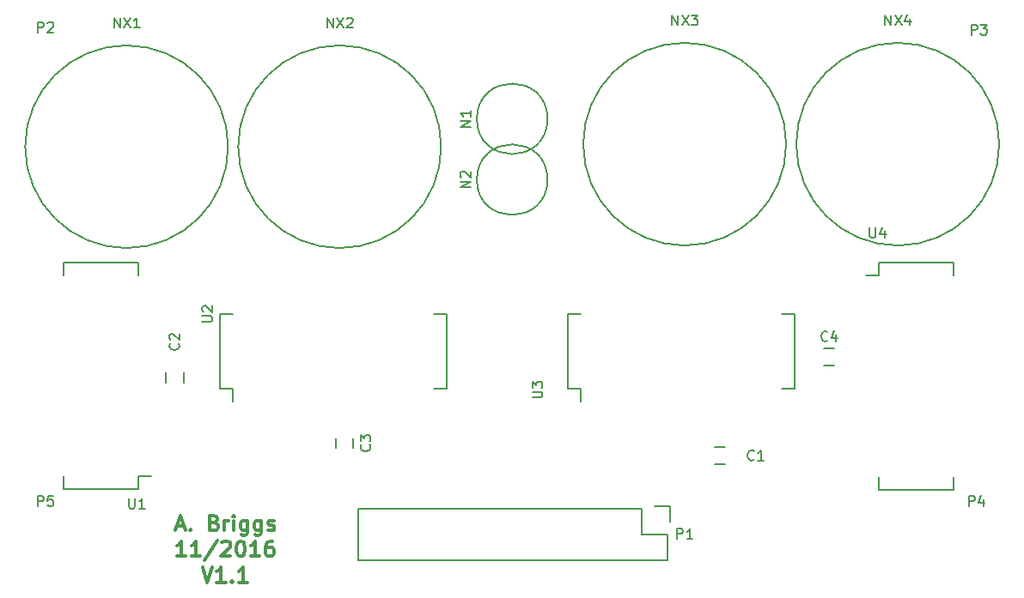
<source format=gto>
G04 #@! TF.FileFunction,Legend,Top*
%FSLAX46Y46*%
G04 Gerber Fmt 4.6, Leading zero omitted, Abs format (unit mm)*
G04 Created by KiCad (PCBNEW 4.0.4-stable) date 11/21/16 23:00:24*
%MOMM*%
%LPD*%
G01*
G04 APERTURE LIST*
%ADD10C,0.100000*%
%ADD11C,0.300000*%
%ADD12C,0.150000*%
G04 APERTURE END LIST*
D10*
D11*
X94928571Y-105450000D02*
X95642857Y-105450000D01*
X94785714Y-105878571D02*
X95285714Y-104378571D01*
X95785714Y-105878571D01*
X96285714Y-105735714D02*
X96357142Y-105807143D01*
X96285714Y-105878571D01*
X96214285Y-105807143D01*
X96285714Y-105735714D01*
X96285714Y-105878571D01*
X98642857Y-105092857D02*
X98857143Y-105164286D01*
X98928571Y-105235714D01*
X99000000Y-105378571D01*
X99000000Y-105592857D01*
X98928571Y-105735714D01*
X98857143Y-105807143D01*
X98714285Y-105878571D01*
X98142857Y-105878571D01*
X98142857Y-104378571D01*
X98642857Y-104378571D01*
X98785714Y-104450000D01*
X98857143Y-104521429D01*
X98928571Y-104664286D01*
X98928571Y-104807143D01*
X98857143Y-104950000D01*
X98785714Y-105021429D01*
X98642857Y-105092857D01*
X98142857Y-105092857D01*
X99642857Y-105878571D02*
X99642857Y-104878571D01*
X99642857Y-105164286D02*
X99714285Y-105021429D01*
X99785714Y-104950000D01*
X99928571Y-104878571D01*
X100071428Y-104878571D01*
X100571428Y-105878571D02*
X100571428Y-104878571D01*
X100571428Y-104378571D02*
X100499999Y-104450000D01*
X100571428Y-104521429D01*
X100642856Y-104450000D01*
X100571428Y-104378571D01*
X100571428Y-104521429D01*
X101928571Y-104878571D02*
X101928571Y-106092857D01*
X101857142Y-106235714D01*
X101785714Y-106307143D01*
X101642857Y-106378571D01*
X101428571Y-106378571D01*
X101285714Y-106307143D01*
X101928571Y-105807143D02*
X101785714Y-105878571D01*
X101500000Y-105878571D01*
X101357142Y-105807143D01*
X101285714Y-105735714D01*
X101214285Y-105592857D01*
X101214285Y-105164286D01*
X101285714Y-105021429D01*
X101357142Y-104950000D01*
X101500000Y-104878571D01*
X101785714Y-104878571D01*
X101928571Y-104950000D01*
X103285714Y-104878571D02*
X103285714Y-106092857D01*
X103214285Y-106235714D01*
X103142857Y-106307143D01*
X103000000Y-106378571D01*
X102785714Y-106378571D01*
X102642857Y-106307143D01*
X103285714Y-105807143D02*
X103142857Y-105878571D01*
X102857143Y-105878571D01*
X102714285Y-105807143D01*
X102642857Y-105735714D01*
X102571428Y-105592857D01*
X102571428Y-105164286D01*
X102642857Y-105021429D01*
X102714285Y-104950000D01*
X102857143Y-104878571D01*
X103142857Y-104878571D01*
X103285714Y-104950000D01*
X103928571Y-105807143D02*
X104071428Y-105878571D01*
X104357143Y-105878571D01*
X104500000Y-105807143D01*
X104571428Y-105664286D01*
X104571428Y-105592857D01*
X104500000Y-105450000D01*
X104357143Y-105378571D01*
X104142857Y-105378571D01*
X104000000Y-105307143D01*
X103928571Y-105164286D01*
X103928571Y-105092857D01*
X104000000Y-104950000D01*
X104142857Y-104878571D01*
X104357143Y-104878571D01*
X104500000Y-104950000D01*
X95821430Y-108428571D02*
X94964287Y-108428571D01*
X95392859Y-108428571D02*
X95392859Y-106928571D01*
X95250002Y-107142857D01*
X95107144Y-107285714D01*
X94964287Y-107357143D01*
X97250001Y-108428571D02*
X96392858Y-108428571D01*
X96821430Y-108428571D02*
X96821430Y-106928571D01*
X96678573Y-107142857D01*
X96535715Y-107285714D01*
X96392858Y-107357143D01*
X98964286Y-106857143D02*
X97678572Y-108785714D01*
X99392858Y-107071429D02*
X99464287Y-107000000D01*
X99607144Y-106928571D01*
X99964287Y-106928571D01*
X100107144Y-107000000D01*
X100178573Y-107071429D01*
X100250001Y-107214286D01*
X100250001Y-107357143D01*
X100178573Y-107571429D01*
X99321430Y-108428571D01*
X100250001Y-108428571D01*
X101178572Y-106928571D02*
X101321429Y-106928571D01*
X101464286Y-107000000D01*
X101535715Y-107071429D01*
X101607144Y-107214286D01*
X101678572Y-107500000D01*
X101678572Y-107857143D01*
X101607144Y-108142857D01*
X101535715Y-108285714D01*
X101464286Y-108357143D01*
X101321429Y-108428571D01*
X101178572Y-108428571D01*
X101035715Y-108357143D01*
X100964286Y-108285714D01*
X100892858Y-108142857D01*
X100821429Y-107857143D01*
X100821429Y-107500000D01*
X100892858Y-107214286D01*
X100964286Y-107071429D01*
X101035715Y-107000000D01*
X101178572Y-106928571D01*
X103107143Y-108428571D02*
X102250000Y-108428571D01*
X102678572Y-108428571D02*
X102678572Y-106928571D01*
X102535715Y-107142857D01*
X102392857Y-107285714D01*
X102250000Y-107357143D01*
X104392857Y-106928571D02*
X104107143Y-106928571D01*
X103964286Y-107000000D01*
X103892857Y-107071429D01*
X103750000Y-107285714D01*
X103678571Y-107571429D01*
X103678571Y-108142857D01*
X103750000Y-108285714D01*
X103821428Y-108357143D01*
X103964286Y-108428571D01*
X104250000Y-108428571D01*
X104392857Y-108357143D01*
X104464286Y-108285714D01*
X104535714Y-108142857D01*
X104535714Y-107785714D01*
X104464286Y-107642857D01*
X104392857Y-107571429D01*
X104250000Y-107500000D01*
X103964286Y-107500000D01*
X103821428Y-107571429D01*
X103750000Y-107642857D01*
X103678571Y-107785714D01*
X97464286Y-109478571D02*
X97964286Y-110978571D01*
X98464286Y-109478571D01*
X99750000Y-110978571D02*
X98892857Y-110978571D01*
X99321429Y-110978571D02*
X99321429Y-109478571D01*
X99178572Y-109692857D01*
X99035714Y-109835714D01*
X98892857Y-109907143D01*
X100392857Y-110835714D02*
X100464285Y-110907143D01*
X100392857Y-110978571D01*
X100321428Y-110907143D01*
X100392857Y-110835714D01*
X100392857Y-110978571D01*
X101892857Y-110978571D02*
X101035714Y-110978571D01*
X101464286Y-110978571D02*
X101464286Y-109478571D01*
X101321429Y-109692857D01*
X101178571Y-109835714D01*
X101035714Y-109907143D01*
D12*
X164135000Y-79455000D02*
X164135000Y-80725000D01*
X171485000Y-79455000D02*
X171485000Y-80725000D01*
X171485000Y-101825000D02*
X171485000Y-100555000D01*
X164135000Y-101825000D02*
X164135000Y-100555000D01*
X164135000Y-79455000D02*
X171485000Y-79455000D01*
X164135000Y-101825000D02*
X171485000Y-101825000D01*
X164135000Y-80725000D02*
X162850000Y-80725000D01*
X133455000Y-91865000D02*
X134725000Y-91865000D01*
X133455000Y-84515000D02*
X134725000Y-84515000D01*
X155825000Y-84515000D02*
X154555000Y-84515000D01*
X155825000Y-91865000D02*
X154555000Y-91865000D01*
X133455000Y-91865000D02*
X133455000Y-84515000D01*
X155825000Y-91865000D02*
X155825000Y-84515000D01*
X134725000Y-91865000D02*
X134725000Y-93150000D01*
X99205000Y-91865000D02*
X100475000Y-91865000D01*
X99205000Y-84515000D02*
X100475000Y-84515000D01*
X121575000Y-84515000D02*
X120305000Y-84515000D01*
X121575000Y-91865000D02*
X120305000Y-91865000D01*
X99205000Y-91865000D02*
X99205000Y-84515000D01*
X121575000Y-91865000D02*
X121575000Y-84515000D01*
X100475000Y-91865000D02*
X100475000Y-93150000D01*
X91115000Y-101795000D02*
X91115000Y-100525000D01*
X83765000Y-101795000D02*
X83765000Y-100525000D01*
X83765000Y-79425000D02*
X83765000Y-80695000D01*
X91115000Y-79425000D02*
X91115000Y-80695000D01*
X91115000Y-101795000D02*
X83765000Y-101795000D01*
X91115000Y-79425000D02*
X83765000Y-79425000D01*
X91115000Y-100525000D02*
X92400000Y-100525000D01*
X112790000Y-108810000D02*
X143270000Y-108810000D01*
X140730000Y-103730000D02*
X112790000Y-103730000D01*
X112790000Y-108810000D02*
X112790000Y-103730000D01*
X143270000Y-108810000D02*
X143270000Y-106270000D01*
X143550000Y-105000000D02*
X143550000Y-103450000D01*
X143270000Y-106270000D02*
X140730000Y-106270000D01*
X140730000Y-106270000D02*
X140730000Y-103730000D01*
X143550000Y-103450000D02*
X142000000Y-103450000D01*
X131480865Y-65250000D02*
G75*
G03X131480865Y-65250000I-3480865J0D01*
G01*
X131480865Y-71250000D02*
G75*
G03X131480865Y-71250000I-3480865J0D01*
G01*
X149000000Y-97650000D02*
X148000000Y-97650000D01*
X148000000Y-99350000D02*
X149000000Y-99350000D01*
X95600000Y-91250000D02*
X95600000Y-90250000D01*
X93900000Y-90250000D02*
X93900000Y-91250000D01*
X112350000Y-97750000D02*
X112350000Y-96750000D01*
X110650000Y-96750000D02*
X110650000Y-97750000D01*
X158750000Y-89600000D02*
X159750000Y-89600000D01*
X159750000Y-87900000D02*
X158750000Y-87900000D01*
X155000000Y-67750000D02*
G75*
G03X155000000Y-67750000I-10000000J0D01*
G01*
X176000000Y-67750000D02*
G75*
G03X176000000Y-67750000I-10000000J0D01*
G01*
X121000000Y-68000000D02*
G75*
G03X121000000Y-68000000I-10000000J0D01*
G01*
X100000000Y-68000000D02*
G75*
G03X100000000Y-68000000I-10000000J0D01*
G01*
X163238095Y-75982381D02*
X163238095Y-76791905D01*
X163285714Y-76887143D01*
X163333333Y-76934762D01*
X163428571Y-76982381D01*
X163619048Y-76982381D01*
X163714286Y-76934762D01*
X163761905Y-76887143D01*
X163809524Y-76791905D01*
X163809524Y-75982381D01*
X164714286Y-76315714D02*
X164714286Y-76982381D01*
X164476190Y-75934762D02*
X164238095Y-76649048D01*
X164857143Y-76649048D01*
X129982381Y-92761905D02*
X130791905Y-92761905D01*
X130887143Y-92714286D01*
X130934762Y-92666667D01*
X130982381Y-92571429D01*
X130982381Y-92380952D01*
X130934762Y-92285714D01*
X130887143Y-92238095D01*
X130791905Y-92190476D01*
X129982381Y-92190476D01*
X129982381Y-91809524D02*
X129982381Y-91190476D01*
X130363333Y-91523810D01*
X130363333Y-91380952D01*
X130410952Y-91285714D01*
X130458571Y-91238095D01*
X130553810Y-91190476D01*
X130791905Y-91190476D01*
X130887143Y-91238095D01*
X130934762Y-91285714D01*
X130982381Y-91380952D01*
X130982381Y-91666667D01*
X130934762Y-91761905D01*
X130887143Y-91809524D01*
X97452381Y-85261905D02*
X98261905Y-85261905D01*
X98357143Y-85214286D01*
X98404762Y-85166667D01*
X98452381Y-85071429D01*
X98452381Y-84880952D01*
X98404762Y-84785714D01*
X98357143Y-84738095D01*
X98261905Y-84690476D01*
X97452381Y-84690476D01*
X97547619Y-84261905D02*
X97500000Y-84214286D01*
X97452381Y-84119048D01*
X97452381Y-83880952D01*
X97500000Y-83785714D01*
X97547619Y-83738095D01*
X97642857Y-83690476D01*
X97738095Y-83690476D01*
X97880952Y-83738095D01*
X98452381Y-84309524D01*
X98452381Y-83690476D01*
X90238095Y-102702381D02*
X90238095Y-103511905D01*
X90285714Y-103607143D01*
X90333333Y-103654762D01*
X90428571Y-103702381D01*
X90619048Y-103702381D01*
X90714286Y-103654762D01*
X90761905Y-103607143D01*
X90809524Y-103511905D01*
X90809524Y-102702381D01*
X91809524Y-103702381D02*
X91238095Y-103702381D01*
X91523809Y-103702381D02*
X91523809Y-102702381D01*
X91428571Y-102845238D01*
X91333333Y-102940476D01*
X91238095Y-102988095D01*
X144261905Y-106702381D02*
X144261905Y-105702381D01*
X144642858Y-105702381D01*
X144738096Y-105750000D01*
X144785715Y-105797619D01*
X144833334Y-105892857D01*
X144833334Y-106035714D01*
X144785715Y-106130952D01*
X144738096Y-106178571D01*
X144642858Y-106226190D01*
X144261905Y-106226190D01*
X145785715Y-106702381D02*
X145214286Y-106702381D01*
X145500000Y-106702381D02*
X145500000Y-105702381D01*
X145404762Y-105845238D01*
X145309524Y-105940476D01*
X145214286Y-105988095D01*
X123880381Y-66011905D02*
X122880381Y-66011905D01*
X123880381Y-65440476D01*
X122880381Y-65440476D01*
X123880381Y-64440476D02*
X123880381Y-65011905D01*
X123880381Y-64726191D02*
X122880381Y-64726191D01*
X123023238Y-64821429D01*
X123118476Y-64916667D01*
X123166095Y-65011905D01*
X123880381Y-72011905D02*
X122880381Y-72011905D01*
X123880381Y-71440476D01*
X122880381Y-71440476D01*
X122975619Y-71011905D02*
X122928000Y-70964286D01*
X122880381Y-70869048D01*
X122880381Y-70630952D01*
X122928000Y-70535714D01*
X122975619Y-70488095D01*
X123070857Y-70440476D01*
X123166095Y-70440476D01*
X123308952Y-70488095D01*
X123880381Y-71059524D01*
X123880381Y-70440476D01*
X81261905Y-56702381D02*
X81261905Y-55702381D01*
X81642858Y-55702381D01*
X81738096Y-55750000D01*
X81785715Y-55797619D01*
X81833334Y-55892857D01*
X81833334Y-56035714D01*
X81785715Y-56130952D01*
X81738096Y-56178571D01*
X81642858Y-56226190D01*
X81261905Y-56226190D01*
X82214286Y-55797619D02*
X82261905Y-55750000D01*
X82357143Y-55702381D01*
X82595239Y-55702381D01*
X82690477Y-55750000D01*
X82738096Y-55797619D01*
X82785715Y-55892857D01*
X82785715Y-55988095D01*
X82738096Y-56130952D01*
X82166667Y-56702381D01*
X82785715Y-56702381D01*
X173261905Y-56952381D02*
X173261905Y-55952381D01*
X173642858Y-55952381D01*
X173738096Y-56000000D01*
X173785715Y-56047619D01*
X173833334Y-56142857D01*
X173833334Y-56285714D01*
X173785715Y-56380952D01*
X173738096Y-56428571D01*
X173642858Y-56476190D01*
X173261905Y-56476190D01*
X174166667Y-55952381D02*
X174785715Y-55952381D01*
X174452381Y-56333333D01*
X174595239Y-56333333D01*
X174690477Y-56380952D01*
X174738096Y-56428571D01*
X174785715Y-56523810D01*
X174785715Y-56761905D01*
X174738096Y-56857143D01*
X174690477Y-56904762D01*
X174595239Y-56952381D01*
X174309524Y-56952381D01*
X174214286Y-56904762D01*
X174166667Y-56857143D01*
X173011905Y-103452381D02*
X173011905Y-102452381D01*
X173392858Y-102452381D01*
X173488096Y-102500000D01*
X173535715Y-102547619D01*
X173583334Y-102642857D01*
X173583334Y-102785714D01*
X173535715Y-102880952D01*
X173488096Y-102928571D01*
X173392858Y-102976190D01*
X173011905Y-102976190D01*
X174440477Y-102785714D02*
X174440477Y-103452381D01*
X174202381Y-102404762D02*
X173964286Y-103119048D01*
X174583334Y-103119048D01*
X81261905Y-103452381D02*
X81261905Y-102452381D01*
X81642858Y-102452381D01*
X81738096Y-102500000D01*
X81785715Y-102547619D01*
X81833334Y-102642857D01*
X81833334Y-102785714D01*
X81785715Y-102880952D01*
X81738096Y-102928571D01*
X81642858Y-102976190D01*
X81261905Y-102976190D01*
X82738096Y-102452381D02*
X82261905Y-102452381D01*
X82214286Y-102928571D01*
X82261905Y-102880952D01*
X82357143Y-102833333D01*
X82595239Y-102833333D01*
X82690477Y-102880952D01*
X82738096Y-102928571D01*
X82785715Y-103023810D01*
X82785715Y-103261905D01*
X82738096Y-103357143D01*
X82690477Y-103404762D01*
X82595239Y-103452381D01*
X82357143Y-103452381D01*
X82261905Y-103404762D01*
X82214286Y-103357143D01*
X151833334Y-98857143D02*
X151785715Y-98904762D01*
X151642858Y-98952381D01*
X151547620Y-98952381D01*
X151404762Y-98904762D01*
X151309524Y-98809524D01*
X151261905Y-98714286D01*
X151214286Y-98523810D01*
X151214286Y-98380952D01*
X151261905Y-98190476D01*
X151309524Y-98095238D01*
X151404762Y-98000000D01*
X151547620Y-97952381D01*
X151642858Y-97952381D01*
X151785715Y-98000000D01*
X151833334Y-98047619D01*
X152785715Y-98952381D02*
X152214286Y-98952381D01*
X152500000Y-98952381D02*
X152500000Y-97952381D01*
X152404762Y-98095238D01*
X152309524Y-98190476D01*
X152214286Y-98238095D01*
X95107143Y-87416666D02*
X95154762Y-87464285D01*
X95202381Y-87607142D01*
X95202381Y-87702380D01*
X95154762Y-87845238D01*
X95059524Y-87940476D01*
X94964286Y-87988095D01*
X94773810Y-88035714D01*
X94630952Y-88035714D01*
X94440476Y-87988095D01*
X94345238Y-87940476D01*
X94250000Y-87845238D01*
X94202381Y-87702380D01*
X94202381Y-87607142D01*
X94250000Y-87464285D01*
X94297619Y-87416666D01*
X94297619Y-87035714D02*
X94250000Y-86988095D01*
X94202381Y-86892857D01*
X94202381Y-86654761D01*
X94250000Y-86559523D01*
X94297619Y-86511904D01*
X94392857Y-86464285D01*
X94488095Y-86464285D01*
X94630952Y-86511904D01*
X95202381Y-87083333D01*
X95202381Y-86464285D01*
X113957143Y-97416666D02*
X114004762Y-97464285D01*
X114052381Y-97607142D01*
X114052381Y-97702380D01*
X114004762Y-97845238D01*
X113909524Y-97940476D01*
X113814286Y-97988095D01*
X113623810Y-98035714D01*
X113480952Y-98035714D01*
X113290476Y-97988095D01*
X113195238Y-97940476D01*
X113100000Y-97845238D01*
X113052381Y-97702380D01*
X113052381Y-97607142D01*
X113100000Y-97464285D01*
X113147619Y-97416666D01*
X113052381Y-97083333D02*
X113052381Y-96464285D01*
X113433333Y-96797619D01*
X113433333Y-96654761D01*
X113480952Y-96559523D01*
X113528571Y-96511904D01*
X113623810Y-96464285D01*
X113861905Y-96464285D01*
X113957143Y-96511904D01*
X114004762Y-96559523D01*
X114052381Y-96654761D01*
X114052381Y-96940476D01*
X114004762Y-97035714D01*
X113957143Y-97083333D01*
X159083334Y-87107143D02*
X159035715Y-87154762D01*
X158892858Y-87202381D01*
X158797620Y-87202381D01*
X158654762Y-87154762D01*
X158559524Y-87059524D01*
X158511905Y-86964286D01*
X158464286Y-86773810D01*
X158464286Y-86630952D01*
X158511905Y-86440476D01*
X158559524Y-86345238D01*
X158654762Y-86250000D01*
X158797620Y-86202381D01*
X158892858Y-86202381D01*
X159035715Y-86250000D01*
X159083334Y-86297619D01*
X159940477Y-86535714D02*
X159940477Y-87202381D01*
X159702381Y-86154762D02*
X159464286Y-86869048D01*
X160083334Y-86869048D01*
X143761905Y-56010381D02*
X143761905Y-55010381D01*
X144333334Y-56010381D01*
X144333334Y-55010381D01*
X144714286Y-55010381D02*
X145380953Y-56010381D01*
X145380953Y-55010381D02*
X144714286Y-56010381D01*
X145666667Y-55010381D02*
X146285715Y-55010381D01*
X145952381Y-55391333D01*
X146095239Y-55391333D01*
X146190477Y-55438952D01*
X146238096Y-55486571D01*
X146285715Y-55581810D01*
X146285715Y-55819905D01*
X146238096Y-55915143D01*
X146190477Y-55962762D01*
X146095239Y-56010381D01*
X145809524Y-56010381D01*
X145714286Y-55962762D01*
X145666667Y-55915143D01*
X164761905Y-56010381D02*
X164761905Y-55010381D01*
X165333334Y-56010381D01*
X165333334Y-55010381D01*
X165714286Y-55010381D02*
X166380953Y-56010381D01*
X166380953Y-55010381D02*
X165714286Y-56010381D01*
X167190477Y-55343714D02*
X167190477Y-56010381D01*
X166952381Y-54962762D02*
X166714286Y-55677048D01*
X167333334Y-55677048D01*
X109761905Y-56260381D02*
X109761905Y-55260381D01*
X110333334Y-56260381D01*
X110333334Y-55260381D01*
X110714286Y-55260381D02*
X111380953Y-56260381D01*
X111380953Y-55260381D02*
X110714286Y-56260381D01*
X111714286Y-55355619D02*
X111761905Y-55308000D01*
X111857143Y-55260381D01*
X112095239Y-55260381D01*
X112190477Y-55308000D01*
X112238096Y-55355619D01*
X112285715Y-55450857D01*
X112285715Y-55546095D01*
X112238096Y-55688952D01*
X111666667Y-56260381D01*
X112285715Y-56260381D01*
X88761905Y-56260381D02*
X88761905Y-55260381D01*
X89333334Y-56260381D01*
X89333334Y-55260381D01*
X89714286Y-55260381D02*
X90380953Y-56260381D01*
X90380953Y-55260381D02*
X89714286Y-56260381D01*
X91285715Y-56260381D02*
X90714286Y-56260381D01*
X91000000Y-56260381D02*
X91000000Y-55260381D01*
X90904762Y-55403238D01*
X90809524Y-55498476D01*
X90714286Y-55546095D01*
M02*

</source>
